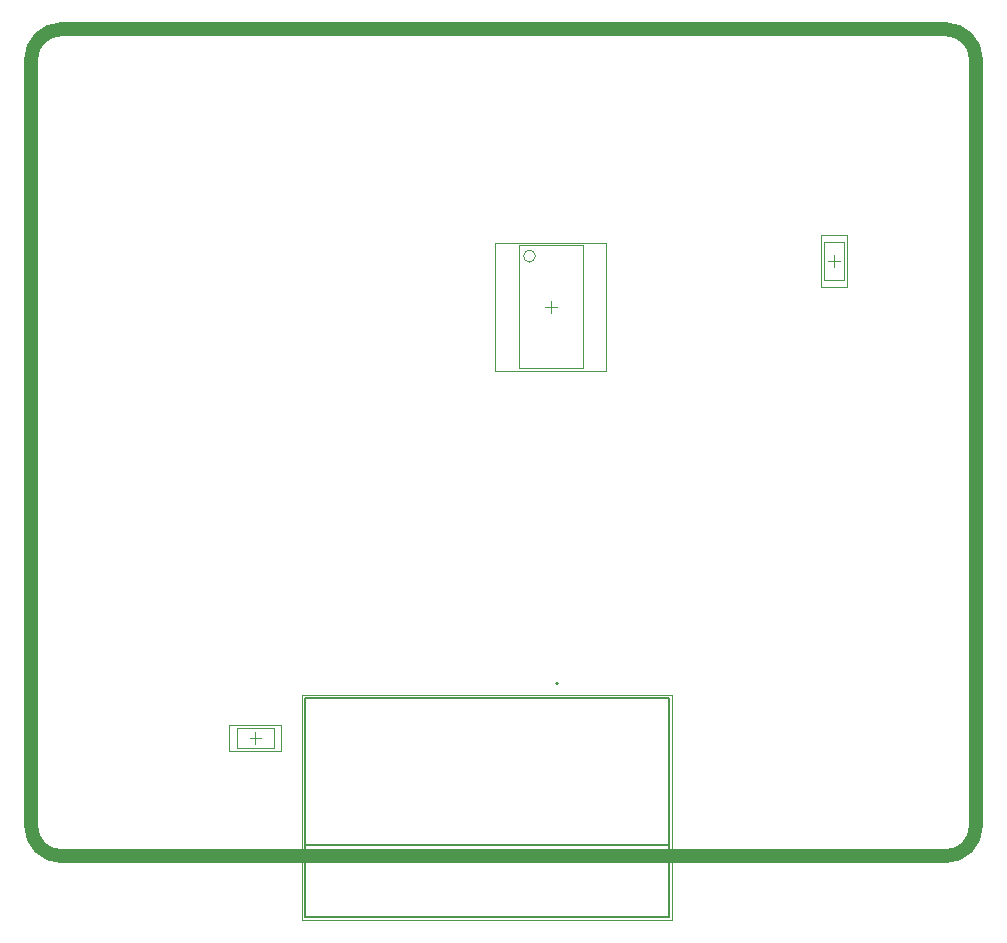
<source format=gko>
G04*
G04 #@! TF.GenerationSoftware,Altium Limited,Altium Designer,21.3.1 (25)*
G04*
G04 Layer_Color=16711935*
%FSLAX44Y44*%
%MOMM*%
G71*
G04*
G04 #@! TF.SameCoordinates,1E41339B-4A2A-438D-B01A-713DCCC2BB0F*
G04*
G04*
G04 #@! TF.FilePolarity,Positive*
G04*
G01*
G75*
%ADD10C,0.2000*%
%ADD14C,0.1270*%
%ADD17C,1.2000*%
%ADD18C,0.1000*%
%ADD19C,0.0500*%
D10*
X446350Y346200D02*
G03*
X446350Y346200I-1000J0D01*
G01*
D14*
X232100Y334200D02*
X540200D01*
X232100Y148200D02*
Y334200D01*
X540200Y148200D02*
Y334200D01*
X232100Y148200D02*
X540200D01*
X232100Y209200D02*
X540200D01*
D17*
X25400Y900000D02*
G03*
X0Y874600I0J-25400D01*
G01*
X800000D02*
G03*
X774600Y900000I-25400J0D01*
G01*
Y200000D02*
G03*
X800000Y225400I0J25400D01*
G01*
X0D02*
G03*
X25400Y200000I25400J0D01*
G01*
X0Y225400D02*
Y874600D01*
X25400Y900000D02*
X774600D01*
X800000Y225400D02*
Y874600D01*
X25400Y200000D02*
X774600D01*
D18*
X427000Y708000D02*
G03*
X427000Y708000I-5000J0D01*
G01*
X413000Y613000D02*
X467000D01*
X413000Y717000D02*
X467000D01*
Y613000D02*
Y717000D01*
X413000Y613000D02*
Y717000D01*
X174000Y308500D02*
X206000D01*
X174000Y291500D02*
X206000D01*
X174000D02*
Y308500D01*
X206000Y291500D02*
Y308500D01*
X671500Y719750D02*
X688500D01*
X671500Y687750D02*
Y719750D01*
X688500Y687750D02*
Y719750D01*
X671500Y687750D02*
X688500D01*
X440000Y660000D02*
Y670000D01*
X435000Y665000D02*
X445000D01*
X190000Y295000D02*
Y305000D01*
X185000Y300000D02*
X195000D01*
X680000Y698750D02*
Y708750D01*
X675000Y703750D02*
X685000D01*
D19*
X229600Y336700D02*
X542700D01*
X229600Y145700D02*
Y336700D01*
X542700Y145700D02*
Y336700D01*
X229600Y145700D02*
X542700D01*
X393000Y610500D02*
X487000D01*
X393000Y719500D02*
X487000D01*
Y610500D02*
Y719500D01*
X393000Y610500D02*
Y719500D01*
X168000Y311000D02*
X212000D01*
X168000Y289000D02*
X212000D01*
X168000D02*
Y311000D01*
X212000Y289000D02*
Y311000D01*
X669000Y681750D02*
X691000D01*
X669000Y725750D02*
X691000D01*
X669000Y681750D02*
Y725750D01*
X691000Y681750D02*
Y725750D01*
M02*

</source>
